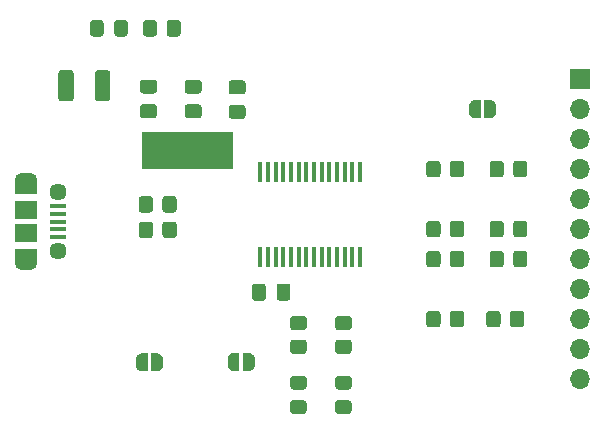
<source format=gbr>
%TF.GenerationSoftware,KiCad,Pcbnew,(5.1.8)-1*%
%TF.CreationDate,2020-12-04T21:04:29+03:00*%
%TF.ProjectId,InterfaceG850,496e7465-7266-4616-9365-473835302e6b,rev?*%
%TF.SameCoordinates,Original*%
%TF.FileFunction,Soldermask,Top*%
%TF.FilePolarity,Negative*%
%FSLAX46Y46*%
G04 Gerber Fmt 4.6, Leading zero omitted, Abs format (unit mm)*
G04 Created by KiCad (PCBNEW (5.1.8)-1) date 2020-12-04 21:04:29*
%MOMM*%
%LPD*%
G01*
G04 APERTURE LIST*
%ADD10C,0.100000*%
%ADD11R,0.450000X1.750000*%
%ADD12O,1.700000X1.700000*%
%ADD13R,1.700000X1.700000*%
%ADD14R,1.900000X1.200000*%
%ADD15O,1.900000X1.200000*%
%ADD16R,1.900000X1.500000*%
%ADD17C,1.450000*%
%ADD18R,1.350000X0.400000*%
G04 APERTURE END LIST*
D10*
G36*
X122930920Y-70993000D02*
G01*
X115310920Y-70993000D01*
X115310920Y-67945000D01*
X122930920Y-67945000D01*
X122930920Y-70993000D01*
G37*
X122930920Y-70993000D02*
X115310920Y-70993000D01*
X115310920Y-67945000D01*
X122930920Y-67945000D01*
X122930920Y-70993000D01*
D11*
%TO.C,U1*%
X133765000Y-78530000D03*
X133115000Y-78530000D03*
X132465000Y-78530000D03*
X131815000Y-78530000D03*
X131165000Y-78530000D03*
X130515000Y-78530000D03*
X129865000Y-78530000D03*
X129215000Y-78530000D03*
X128565000Y-78530000D03*
X127915000Y-78530000D03*
X127265000Y-78530000D03*
X126615000Y-78530000D03*
X125965000Y-78530000D03*
X125315000Y-78530000D03*
X125315000Y-71330000D03*
X125965000Y-71330000D03*
X126615000Y-71330000D03*
X127265000Y-71330000D03*
X127915000Y-71330000D03*
X128565000Y-71330000D03*
X129215000Y-71330000D03*
X129865000Y-71330000D03*
X130515000Y-71330000D03*
X131165000Y-71330000D03*
X131815000Y-71330000D03*
X132465000Y-71330000D03*
X133115000Y-71330000D03*
X133765000Y-71330000D03*
%TD*%
%TO.C,R13*%
G36*
G01*
X128091779Y-85558580D02*
X128991781Y-85558580D01*
G75*
G02*
X129241780Y-85808579I0J-249999D01*
G01*
X129241780Y-86508581D01*
G75*
G02*
X128991781Y-86758580I-249999J0D01*
G01*
X128091779Y-86758580D01*
G75*
G02*
X127841780Y-86508581I0J249999D01*
G01*
X127841780Y-85808579D01*
G75*
G02*
X128091779Y-85558580I249999J0D01*
G01*
G37*
G36*
G01*
X128091779Y-83558580D02*
X128991781Y-83558580D01*
G75*
G02*
X129241780Y-83808579I0J-249999D01*
G01*
X129241780Y-84508581D01*
G75*
G02*
X128991781Y-84758580I-249999J0D01*
G01*
X128091779Y-84758580D01*
G75*
G02*
X127841780Y-84508581I0J249999D01*
G01*
X127841780Y-83808579D01*
G75*
G02*
X128091779Y-83558580I249999J0D01*
G01*
G37*
%TD*%
%TO.C,R12*%
G36*
G01*
X131901779Y-85558580D02*
X132801781Y-85558580D01*
G75*
G02*
X133051780Y-85808579I0J-249999D01*
G01*
X133051780Y-86508581D01*
G75*
G02*
X132801781Y-86758580I-249999J0D01*
G01*
X131901779Y-86758580D01*
G75*
G02*
X131651780Y-86508581I0J249999D01*
G01*
X131651780Y-85808579D01*
G75*
G02*
X131901779Y-85558580I249999J0D01*
G01*
G37*
G36*
G01*
X131901779Y-83558580D02*
X132801781Y-83558580D01*
G75*
G02*
X133051780Y-83808579I0J-249999D01*
G01*
X133051780Y-84508581D01*
G75*
G02*
X132801781Y-84758580I-249999J0D01*
G01*
X131901779Y-84758580D01*
G75*
G02*
X131651780Y-84508581I0J249999D01*
G01*
X131651780Y-83808579D01*
G75*
G02*
X131901779Y-83558580I249999J0D01*
G01*
G37*
%TD*%
%TO.C,R11*%
G36*
G01*
X116574620Y-58747239D02*
X116574620Y-59647241D01*
G75*
G02*
X116324621Y-59897240I-249999J0D01*
G01*
X115624619Y-59897240D01*
G75*
G02*
X115374620Y-59647241I0J249999D01*
G01*
X115374620Y-58747239D01*
G75*
G02*
X115624619Y-58497240I249999J0D01*
G01*
X116324621Y-58497240D01*
G75*
G02*
X116574620Y-58747239I0J-249999D01*
G01*
G37*
G36*
G01*
X118574620Y-58747239D02*
X118574620Y-59647241D01*
G75*
G02*
X118324621Y-59897240I-249999J0D01*
G01*
X117624619Y-59897240D01*
G75*
G02*
X117374620Y-59647241I0J249999D01*
G01*
X117374620Y-58747239D01*
G75*
G02*
X117624619Y-58497240I249999J0D01*
G01*
X118324621Y-58497240D01*
G75*
G02*
X118574620Y-58747239I0J-249999D01*
G01*
G37*
%TD*%
%TO.C,R10*%
G36*
G01*
X145920000Y-70669999D02*
X145920000Y-71570001D01*
G75*
G02*
X145670001Y-71820000I-249999J0D01*
G01*
X144969999Y-71820000D01*
G75*
G02*
X144720000Y-71570001I0J249999D01*
G01*
X144720000Y-70669999D01*
G75*
G02*
X144969999Y-70420000I249999J0D01*
G01*
X145670001Y-70420000D01*
G75*
G02*
X145920000Y-70669999I0J-249999D01*
G01*
G37*
G36*
G01*
X147920000Y-70669999D02*
X147920000Y-71570001D01*
G75*
G02*
X147670001Y-71820000I-249999J0D01*
G01*
X146969999Y-71820000D01*
G75*
G02*
X146720000Y-71570001I0J249999D01*
G01*
X146720000Y-70669999D01*
G75*
G02*
X146969999Y-70420000I249999J0D01*
G01*
X147670001Y-70420000D01*
G75*
G02*
X147920000Y-70669999I0J-249999D01*
G01*
G37*
%TD*%
%TO.C,R9*%
G36*
G01*
X145650000Y-83369999D02*
X145650000Y-84270001D01*
G75*
G02*
X145400001Y-84520000I-249999J0D01*
G01*
X144699999Y-84520000D01*
G75*
G02*
X144450000Y-84270001I0J249999D01*
G01*
X144450000Y-83369999D01*
G75*
G02*
X144699999Y-83120000I249999J0D01*
G01*
X145400001Y-83120000D01*
G75*
G02*
X145650000Y-83369999I0J-249999D01*
G01*
G37*
G36*
G01*
X147650000Y-83369999D02*
X147650000Y-84270001D01*
G75*
G02*
X147400001Y-84520000I-249999J0D01*
G01*
X146699999Y-84520000D01*
G75*
G02*
X146450000Y-84270001I0J249999D01*
G01*
X146450000Y-83369999D01*
G75*
G02*
X146699999Y-83120000I249999J0D01*
G01*
X147400001Y-83120000D01*
G75*
G02*
X147650000Y-83369999I0J-249999D01*
G01*
G37*
%TD*%
%TO.C,R8*%
G36*
G01*
X145920000Y-78289999D02*
X145920000Y-79190001D01*
G75*
G02*
X145670001Y-79440000I-249999J0D01*
G01*
X144969999Y-79440000D01*
G75*
G02*
X144720000Y-79190001I0J249999D01*
G01*
X144720000Y-78289999D01*
G75*
G02*
X144969999Y-78040000I249999J0D01*
G01*
X145670001Y-78040000D01*
G75*
G02*
X145920000Y-78289999I0J-249999D01*
G01*
G37*
G36*
G01*
X147920000Y-78289999D02*
X147920000Y-79190001D01*
G75*
G02*
X147670001Y-79440000I-249999J0D01*
G01*
X146969999Y-79440000D01*
G75*
G02*
X146720000Y-79190001I0J249999D01*
G01*
X146720000Y-78289999D01*
G75*
G02*
X146969999Y-78040000I249999J0D01*
G01*
X147670001Y-78040000D01*
G75*
G02*
X147920000Y-78289999I0J-249999D01*
G01*
G37*
%TD*%
%TO.C,R7*%
G36*
G01*
X145920000Y-75749999D02*
X145920000Y-76650001D01*
G75*
G02*
X145670001Y-76900000I-249999J0D01*
G01*
X144969999Y-76900000D01*
G75*
G02*
X144720000Y-76650001I0J249999D01*
G01*
X144720000Y-75749999D01*
G75*
G02*
X144969999Y-75500000I249999J0D01*
G01*
X145670001Y-75500000D01*
G75*
G02*
X145920000Y-75749999I0J-249999D01*
G01*
G37*
G36*
G01*
X147920000Y-75749999D02*
X147920000Y-76650001D01*
G75*
G02*
X147670001Y-76900000I-249999J0D01*
G01*
X146969999Y-76900000D01*
G75*
G02*
X146720000Y-76650001I0J249999D01*
G01*
X146720000Y-75749999D01*
G75*
G02*
X146969999Y-75500000I249999J0D01*
G01*
X147670001Y-75500000D01*
G75*
G02*
X147920000Y-75749999I0J-249999D01*
G01*
G37*
%TD*%
%TO.C,R6*%
G36*
G01*
X116217240Y-73651959D02*
X116217240Y-74551961D01*
G75*
G02*
X115967241Y-74801960I-249999J0D01*
G01*
X115267239Y-74801960D01*
G75*
G02*
X115017240Y-74551961I0J249999D01*
G01*
X115017240Y-73651959D01*
G75*
G02*
X115267239Y-73401960I249999J0D01*
G01*
X115967241Y-73401960D01*
G75*
G02*
X116217240Y-73651959I0J-249999D01*
G01*
G37*
G36*
G01*
X118217240Y-73651959D02*
X118217240Y-74551961D01*
G75*
G02*
X117967241Y-74801960I-249999J0D01*
G01*
X117267239Y-74801960D01*
G75*
G02*
X117017240Y-74551961I0J249999D01*
G01*
X117017240Y-73651959D01*
G75*
G02*
X117267239Y-73401960I249999J0D01*
G01*
X117967241Y-73401960D01*
G75*
G02*
X118217240Y-73651959I0J-249999D01*
G01*
G37*
%TD*%
%TO.C,R5*%
G36*
G01*
X116226640Y-75818579D02*
X116226640Y-76718581D01*
G75*
G02*
X115976641Y-76968580I-249999J0D01*
G01*
X115276639Y-76968580D01*
G75*
G02*
X115026640Y-76718581I0J249999D01*
G01*
X115026640Y-75818579D01*
G75*
G02*
X115276639Y-75568580I249999J0D01*
G01*
X115976641Y-75568580D01*
G75*
G02*
X116226640Y-75818579I0J-249999D01*
G01*
G37*
G36*
G01*
X118226640Y-75818579D02*
X118226640Y-76718581D01*
G75*
G02*
X117976641Y-76968580I-249999J0D01*
G01*
X117276639Y-76968580D01*
G75*
G02*
X117026640Y-76718581I0J249999D01*
G01*
X117026640Y-75818579D01*
G75*
G02*
X117276639Y-75568580I249999J0D01*
G01*
X117976641Y-75568580D01*
G75*
G02*
X118226640Y-75818579I0J-249999D01*
G01*
G37*
%TD*%
%TO.C,R4*%
G36*
G01*
X140570000Y-70669999D02*
X140570000Y-71570001D01*
G75*
G02*
X140320001Y-71820000I-249999J0D01*
G01*
X139619999Y-71820000D01*
G75*
G02*
X139370000Y-71570001I0J249999D01*
G01*
X139370000Y-70669999D01*
G75*
G02*
X139619999Y-70420000I249999J0D01*
G01*
X140320001Y-70420000D01*
G75*
G02*
X140570000Y-70669999I0J-249999D01*
G01*
G37*
G36*
G01*
X142570000Y-70669999D02*
X142570000Y-71570001D01*
G75*
G02*
X142320001Y-71820000I-249999J0D01*
G01*
X141619999Y-71820000D01*
G75*
G02*
X141370000Y-71570001I0J249999D01*
G01*
X141370000Y-70669999D01*
G75*
G02*
X141619999Y-70420000I249999J0D01*
G01*
X142320001Y-70420000D01*
G75*
G02*
X142570000Y-70669999I0J-249999D01*
G01*
G37*
%TD*%
%TO.C,R3*%
G36*
G01*
X140570000Y-83369999D02*
X140570000Y-84270001D01*
G75*
G02*
X140320001Y-84520000I-249999J0D01*
G01*
X139619999Y-84520000D01*
G75*
G02*
X139370000Y-84270001I0J249999D01*
G01*
X139370000Y-83369999D01*
G75*
G02*
X139619999Y-83120000I249999J0D01*
G01*
X140320001Y-83120000D01*
G75*
G02*
X140570000Y-83369999I0J-249999D01*
G01*
G37*
G36*
G01*
X142570000Y-83369999D02*
X142570000Y-84270001D01*
G75*
G02*
X142320001Y-84520000I-249999J0D01*
G01*
X141619999Y-84520000D01*
G75*
G02*
X141370000Y-84270001I0J249999D01*
G01*
X141370000Y-83369999D01*
G75*
G02*
X141619999Y-83120000I249999J0D01*
G01*
X142320001Y-83120000D01*
G75*
G02*
X142570000Y-83369999I0J-249999D01*
G01*
G37*
%TD*%
%TO.C,R2*%
G36*
G01*
X140570000Y-78289999D02*
X140570000Y-79190001D01*
G75*
G02*
X140320001Y-79440000I-249999J0D01*
G01*
X139619999Y-79440000D01*
G75*
G02*
X139370000Y-79190001I0J249999D01*
G01*
X139370000Y-78289999D01*
G75*
G02*
X139619999Y-78040000I249999J0D01*
G01*
X140320001Y-78040000D01*
G75*
G02*
X140570000Y-78289999I0J-249999D01*
G01*
G37*
G36*
G01*
X142570000Y-78289999D02*
X142570000Y-79190001D01*
G75*
G02*
X142320001Y-79440000I-249999J0D01*
G01*
X141619999Y-79440000D01*
G75*
G02*
X141370000Y-79190001I0J249999D01*
G01*
X141370000Y-78289999D01*
G75*
G02*
X141619999Y-78040000I249999J0D01*
G01*
X142320001Y-78040000D01*
G75*
G02*
X142570000Y-78289999I0J-249999D01*
G01*
G37*
%TD*%
%TO.C,R1*%
G36*
G01*
X140570000Y-75749999D02*
X140570000Y-76650001D01*
G75*
G02*
X140320001Y-76900000I-249999J0D01*
G01*
X139619999Y-76900000D01*
G75*
G02*
X139370000Y-76650001I0J249999D01*
G01*
X139370000Y-75749999D01*
G75*
G02*
X139619999Y-75500000I249999J0D01*
G01*
X140320001Y-75500000D01*
G75*
G02*
X140570000Y-75749999I0J-249999D01*
G01*
G37*
G36*
G01*
X142570000Y-75749999D02*
X142570000Y-76650001D01*
G75*
G02*
X142320001Y-76900000I-249999J0D01*
G01*
X141619999Y-76900000D01*
G75*
G02*
X141370000Y-76650001I0J249999D01*
G01*
X141370000Y-75749999D01*
G75*
G02*
X141619999Y-75500000I249999J0D01*
G01*
X142320001Y-75500000D01*
G75*
G02*
X142570000Y-75749999I0J-249999D01*
G01*
G37*
%TD*%
D10*
%TO.C,JP3*%
G36*
X144780000Y-65290602D02*
G01*
X144804534Y-65290602D01*
X144853365Y-65295412D01*
X144901490Y-65304984D01*
X144948445Y-65319228D01*
X144993778Y-65338005D01*
X145037051Y-65361136D01*
X145077850Y-65388396D01*
X145115779Y-65419524D01*
X145150476Y-65454221D01*
X145181604Y-65492150D01*
X145208864Y-65532949D01*
X145231995Y-65576222D01*
X145250772Y-65621555D01*
X145265016Y-65668510D01*
X145274588Y-65716635D01*
X145279398Y-65765466D01*
X145279398Y-65790000D01*
X145280000Y-65790000D01*
X145280000Y-66290000D01*
X145279398Y-66290000D01*
X145279398Y-66314534D01*
X145274588Y-66363365D01*
X145265016Y-66411490D01*
X145250772Y-66458445D01*
X145231995Y-66503778D01*
X145208864Y-66547051D01*
X145181604Y-66587850D01*
X145150476Y-66625779D01*
X145115779Y-66660476D01*
X145077850Y-66691604D01*
X145037051Y-66718864D01*
X144993778Y-66741995D01*
X144948445Y-66760772D01*
X144901490Y-66775016D01*
X144853365Y-66784588D01*
X144804534Y-66789398D01*
X144780000Y-66789398D01*
X144780000Y-66790000D01*
X144280000Y-66790000D01*
X144280000Y-65290000D01*
X144780000Y-65290000D01*
X144780000Y-65290602D01*
G37*
G36*
X143980000Y-66790000D02*
G01*
X143480000Y-66790000D01*
X143480000Y-66789398D01*
X143455466Y-66789398D01*
X143406635Y-66784588D01*
X143358510Y-66775016D01*
X143311555Y-66760772D01*
X143266222Y-66741995D01*
X143222949Y-66718864D01*
X143182150Y-66691604D01*
X143144221Y-66660476D01*
X143109524Y-66625779D01*
X143078396Y-66587850D01*
X143051136Y-66547051D01*
X143028005Y-66503778D01*
X143009228Y-66458445D01*
X142994984Y-66411490D01*
X142985412Y-66363365D01*
X142980602Y-66314534D01*
X142980602Y-66290000D01*
X142980000Y-66290000D01*
X142980000Y-65790000D01*
X142980602Y-65790000D01*
X142980602Y-65765466D01*
X142985412Y-65716635D01*
X142994984Y-65668510D01*
X143009228Y-65621555D01*
X143028005Y-65576222D01*
X143051136Y-65532949D01*
X143078396Y-65492150D01*
X143109524Y-65454221D01*
X143144221Y-65419524D01*
X143182150Y-65388396D01*
X143222949Y-65361136D01*
X143266222Y-65338005D01*
X143311555Y-65319228D01*
X143358510Y-65304984D01*
X143406635Y-65295412D01*
X143455466Y-65290602D01*
X143480000Y-65290602D01*
X143480000Y-65290000D01*
X143980000Y-65290000D01*
X143980000Y-66790000D01*
G37*
%TD*%
%TO.C,JP2*%
G36*
X124340140Y-86690102D02*
G01*
X124364674Y-86690102D01*
X124413505Y-86694912D01*
X124461630Y-86704484D01*
X124508585Y-86718728D01*
X124553918Y-86737505D01*
X124597191Y-86760636D01*
X124637990Y-86787896D01*
X124675919Y-86819024D01*
X124710616Y-86853721D01*
X124741744Y-86891650D01*
X124769004Y-86932449D01*
X124792135Y-86975722D01*
X124810912Y-87021055D01*
X124825156Y-87068010D01*
X124834728Y-87116135D01*
X124839538Y-87164966D01*
X124839538Y-87189500D01*
X124840140Y-87189500D01*
X124840140Y-87689500D01*
X124839538Y-87689500D01*
X124839538Y-87714034D01*
X124834728Y-87762865D01*
X124825156Y-87810990D01*
X124810912Y-87857945D01*
X124792135Y-87903278D01*
X124769004Y-87946551D01*
X124741744Y-87987350D01*
X124710616Y-88025279D01*
X124675919Y-88059976D01*
X124637990Y-88091104D01*
X124597191Y-88118364D01*
X124553918Y-88141495D01*
X124508585Y-88160272D01*
X124461630Y-88174516D01*
X124413505Y-88184088D01*
X124364674Y-88188898D01*
X124340140Y-88188898D01*
X124340140Y-88189500D01*
X123840140Y-88189500D01*
X123840140Y-86689500D01*
X124340140Y-86689500D01*
X124340140Y-86690102D01*
G37*
G36*
X123540140Y-88189500D02*
G01*
X123040140Y-88189500D01*
X123040140Y-88188898D01*
X123015606Y-88188898D01*
X122966775Y-88184088D01*
X122918650Y-88174516D01*
X122871695Y-88160272D01*
X122826362Y-88141495D01*
X122783089Y-88118364D01*
X122742290Y-88091104D01*
X122704361Y-88059976D01*
X122669664Y-88025279D01*
X122638536Y-87987350D01*
X122611276Y-87946551D01*
X122588145Y-87903278D01*
X122569368Y-87857945D01*
X122555124Y-87810990D01*
X122545552Y-87762865D01*
X122540742Y-87714034D01*
X122540742Y-87689500D01*
X122540140Y-87689500D01*
X122540140Y-87189500D01*
X122540742Y-87189500D01*
X122540742Y-87164966D01*
X122545552Y-87116135D01*
X122555124Y-87068010D01*
X122569368Y-87021055D01*
X122588145Y-86975722D01*
X122611276Y-86932449D01*
X122638536Y-86891650D01*
X122669664Y-86853721D01*
X122704361Y-86819024D01*
X122742290Y-86787896D01*
X122783089Y-86760636D01*
X122826362Y-86737505D01*
X122871695Y-86718728D01*
X122918650Y-86704484D01*
X122966775Y-86694912D01*
X123015606Y-86690102D01*
X123040140Y-86690102D01*
X123040140Y-86689500D01*
X123540140Y-86689500D01*
X123540140Y-88189500D01*
G37*
%TD*%
%TO.C,JP1*%
G36*
X116567980Y-86723122D02*
G01*
X116592514Y-86723122D01*
X116641345Y-86727932D01*
X116689470Y-86737504D01*
X116736425Y-86751748D01*
X116781758Y-86770525D01*
X116825031Y-86793656D01*
X116865830Y-86820916D01*
X116903759Y-86852044D01*
X116938456Y-86886741D01*
X116969584Y-86924670D01*
X116996844Y-86965469D01*
X117019975Y-87008742D01*
X117038752Y-87054075D01*
X117052996Y-87101030D01*
X117062568Y-87149155D01*
X117067378Y-87197986D01*
X117067378Y-87222520D01*
X117067980Y-87222520D01*
X117067980Y-87722520D01*
X117067378Y-87722520D01*
X117067378Y-87747054D01*
X117062568Y-87795885D01*
X117052996Y-87844010D01*
X117038752Y-87890965D01*
X117019975Y-87936298D01*
X116996844Y-87979571D01*
X116969584Y-88020370D01*
X116938456Y-88058299D01*
X116903759Y-88092996D01*
X116865830Y-88124124D01*
X116825031Y-88151384D01*
X116781758Y-88174515D01*
X116736425Y-88193292D01*
X116689470Y-88207536D01*
X116641345Y-88217108D01*
X116592514Y-88221918D01*
X116567980Y-88221918D01*
X116567980Y-88222520D01*
X116067980Y-88222520D01*
X116067980Y-86722520D01*
X116567980Y-86722520D01*
X116567980Y-86723122D01*
G37*
G36*
X115767980Y-88222520D02*
G01*
X115267980Y-88222520D01*
X115267980Y-88221918D01*
X115243446Y-88221918D01*
X115194615Y-88217108D01*
X115146490Y-88207536D01*
X115099535Y-88193292D01*
X115054202Y-88174515D01*
X115010929Y-88151384D01*
X114970130Y-88124124D01*
X114932201Y-88092996D01*
X114897504Y-88058299D01*
X114866376Y-88020370D01*
X114839116Y-87979571D01*
X114815985Y-87936298D01*
X114797208Y-87890965D01*
X114782964Y-87844010D01*
X114773392Y-87795885D01*
X114768582Y-87747054D01*
X114768582Y-87722520D01*
X114767980Y-87722520D01*
X114767980Y-87222520D01*
X114768582Y-87222520D01*
X114768582Y-87197986D01*
X114773392Y-87149155D01*
X114782964Y-87101030D01*
X114797208Y-87054075D01*
X114815985Y-87008742D01*
X114839116Y-86965469D01*
X114866376Y-86924670D01*
X114897504Y-86886741D01*
X114932201Y-86852044D01*
X114970130Y-86820916D01*
X115010929Y-86793656D01*
X115054202Y-86770525D01*
X115099535Y-86751748D01*
X115146490Y-86737504D01*
X115194615Y-86727932D01*
X115243446Y-86723122D01*
X115267980Y-86723122D01*
X115267980Y-86722520D01*
X115767980Y-86722520D01*
X115767980Y-88222520D01*
G37*
%TD*%
D12*
%TO.C,J2*%
X152400000Y-88900000D03*
X152400000Y-86360000D03*
X152400000Y-83820000D03*
X152400000Y-81280000D03*
X152400000Y-78740000D03*
X152400000Y-76200000D03*
X152400000Y-73660000D03*
X152400000Y-71120000D03*
X152400000Y-68580000D03*
X152400000Y-66040000D03*
D13*
X152400000Y-63500000D03*
%TD*%
D14*
%TO.C,J1*%
X105442500Y-72662460D03*
X105442500Y-78462460D03*
D15*
X105442500Y-79062460D03*
X105442500Y-72062460D03*
D16*
X105442500Y-74562460D03*
D17*
X108142500Y-78062460D03*
D18*
X108142500Y-75562460D03*
X108142500Y-76212460D03*
X108142500Y-76862460D03*
X108142500Y-74262460D03*
X108142500Y-74912460D03*
D17*
X108142500Y-73062460D03*
D16*
X105442500Y-76562460D03*
%TD*%
%TO.C,F1*%
G36*
G01*
X109513800Y-62988880D02*
X109513800Y-65138880D01*
G75*
G02*
X109263800Y-65388880I-250000J0D01*
G01*
X108463800Y-65388880D01*
G75*
G02*
X108213800Y-65138880I0J250000D01*
G01*
X108213800Y-62988880D01*
G75*
G02*
X108463800Y-62738880I250000J0D01*
G01*
X109263800Y-62738880D01*
G75*
G02*
X109513800Y-62988880I0J-250000D01*
G01*
G37*
G36*
G01*
X112613800Y-62988880D02*
X112613800Y-65138880D01*
G75*
G02*
X112363800Y-65388880I-250000J0D01*
G01*
X111563800Y-65388880D01*
G75*
G02*
X111313800Y-65138880I0J250000D01*
G01*
X111313800Y-62988880D01*
G75*
G02*
X111563800Y-62738880I250000J0D01*
G01*
X112363800Y-62738880D01*
G75*
G02*
X112613800Y-62988880I0J-250000D01*
G01*
G37*
%TD*%
%TO.C,D3*%
G36*
G01*
X128091779Y-90688580D02*
X128991781Y-90688580D01*
G75*
G02*
X129241780Y-90938579I0J-249999D01*
G01*
X129241780Y-91588581D01*
G75*
G02*
X128991781Y-91838580I-249999J0D01*
G01*
X128091779Y-91838580D01*
G75*
G02*
X127841780Y-91588581I0J249999D01*
G01*
X127841780Y-90938579D01*
G75*
G02*
X128091779Y-90688580I249999J0D01*
G01*
G37*
G36*
G01*
X128091779Y-88638580D02*
X128991781Y-88638580D01*
G75*
G02*
X129241780Y-88888579I0J-249999D01*
G01*
X129241780Y-89538581D01*
G75*
G02*
X128991781Y-89788580I-249999J0D01*
G01*
X128091779Y-89788580D01*
G75*
G02*
X127841780Y-89538581I0J249999D01*
G01*
X127841780Y-88888579D01*
G75*
G02*
X128091779Y-88638580I249999J0D01*
G01*
G37*
%TD*%
%TO.C,D2*%
G36*
G01*
X131901779Y-90688580D02*
X132801781Y-90688580D01*
G75*
G02*
X133051780Y-90938579I0J-249999D01*
G01*
X133051780Y-91588581D01*
G75*
G02*
X132801781Y-91838580I-249999J0D01*
G01*
X131901779Y-91838580D01*
G75*
G02*
X131651780Y-91588581I0J249999D01*
G01*
X131651780Y-90938579D01*
G75*
G02*
X131901779Y-90688580I249999J0D01*
G01*
G37*
G36*
G01*
X131901779Y-88638580D02*
X132801781Y-88638580D01*
G75*
G02*
X133051780Y-88888579I0J-249999D01*
G01*
X133051780Y-89538581D01*
G75*
G02*
X132801781Y-89788580I-249999J0D01*
G01*
X131901779Y-89788580D01*
G75*
G02*
X131651780Y-89538581I0J249999D01*
G01*
X131651780Y-88888579D01*
G75*
G02*
X131901779Y-88638580I249999J0D01*
G01*
G37*
%TD*%
%TO.C,D1*%
G36*
G01*
X112046600Y-58749779D02*
X112046600Y-59649781D01*
G75*
G02*
X111796601Y-59899780I-249999J0D01*
G01*
X111146599Y-59899780D01*
G75*
G02*
X110896600Y-59649781I0J249999D01*
G01*
X110896600Y-58749779D01*
G75*
G02*
X111146599Y-58499780I249999J0D01*
G01*
X111796601Y-58499780D01*
G75*
G02*
X112046600Y-58749779I0J-249999D01*
G01*
G37*
G36*
G01*
X114096600Y-58749779D02*
X114096600Y-59649781D01*
G75*
G02*
X113846601Y-59899780I-249999J0D01*
G01*
X113196599Y-59899780D01*
G75*
G02*
X112946600Y-59649781I0J249999D01*
G01*
X112946600Y-58749779D01*
G75*
G02*
X113196599Y-58499780I249999J0D01*
G01*
X113846601Y-58499780D01*
G75*
G02*
X114096600Y-58749779I0J-249999D01*
G01*
G37*
%TD*%
%TO.C,C4*%
G36*
G01*
X126689360Y-82014080D02*
X126689360Y-81064080D01*
G75*
G02*
X126939360Y-80814080I250000J0D01*
G01*
X127614360Y-80814080D01*
G75*
G02*
X127864360Y-81064080I0J-250000D01*
G01*
X127864360Y-82014080D01*
G75*
G02*
X127614360Y-82264080I-250000J0D01*
G01*
X126939360Y-82264080D01*
G75*
G02*
X126689360Y-82014080I0J250000D01*
G01*
G37*
G36*
G01*
X124614360Y-82014080D02*
X124614360Y-81064080D01*
G75*
G02*
X124864360Y-80814080I250000J0D01*
G01*
X125539360Y-80814080D01*
G75*
G02*
X125789360Y-81064080I0J-250000D01*
G01*
X125789360Y-82014080D01*
G75*
G02*
X125539360Y-82264080I-250000J0D01*
G01*
X124864360Y-82264080D01*
G75*
G02*
X124614360Y-82014080I0J250000D01*
G01*
G37*
%TD*%
%TO.C,C3*%
G36*
G01*
X122872480Y-65692440D02*
X123822480Y-65692440D01*
G75*
G02*
X124072480Y-65942440I0J-250000D01*
G01*
X124072480Y-66617440D01*
G75*
G02*
X123822480Y-66867440I-250000J0D01*
G01*
X122872480Y-66867440D01*
G75*
G02*
X122622480Y-66617440I0J250000D01*
G01*
X122622480Y-65942440D01*
G75*
G02*
X122872480Y-65692440I250000J0D01*
G01*
G37*
G36*
G01*
X122872480Y-63617440D02*
X123822480Y-63617440D01*
G75*
G02*
X124072480Y-63867440I0J-250000D01*
G01*
X124072480Y-64542440D01*
G75*
G02*
X123822480Y-64792440I-250000J0D01*
G01*
X122872480Y-64792440D01*
G75*
G02*
X122622480Y-64542440I0J250000D01*
G01*
X122622480Y-63867440D01*
G75*
G02*
X122872480Y-63617440I250000J0D01*
G01*
G37*
%TD*%
%TO.C,C2*%
G36*
G01*
X119148840Y-65639100D02*
X120098840Y-65639100D01*
G75*
G02*
X120348840Y-65889100I0J-250000D01*
G01*
X120348840Y-66564100D01*
G75*
G02*
X120098840Y-66814100I-250000J0D01*
G01*
X119148840Y-66814100D01*
G75*
G02*
X118898840Y-66564100I0J250000D01*
G01*
X118898840Y-65889100D01*
G75*
G02*
X119148840Y-65639100I250000J0D01*
G01*
G37*
G36*
G01*
X119148840Y-63564100D02*
X120098840Y-63564100D01*
G75*
G02*
X120348840Y-63814100I0J-250000D01*
G01*
X120348840Y-64489100D01*
G75*
G02*
X120098840Y-64739100I-250000J0D01*
G01*
X119148840Y-64739100D01*
G75*
G02*
X118898840Y-64489100I0J250000D01*
G01*
X118898840Y-63814100D01*
G75*
G02*
X119148840Y-63564100I250000J0D01*
G01*
G37*
%TD*%
%TO.C,C1*%
G36*
G01*
X115369320Y-65626400D02*
X116319320Y-65626400D01*
G75*
G02*
X116569320Y-65876400I0J-250000D01*
G01*
X116569320Y-66551400D01*
G75*
G02*
X116319320Y-66801400I-250000J0D01*
G01*
X115369320Y-66801400D01*
G75*
G02*
X115119320Y-66551400I0J250000D01*
G01*
X115119320Y-65876400D01*
G75*
G02*
X115369320Y-65626400I250000J0D01*
G01*
G37*
G36*
G01*
X115369320Y-63551400D02*
X116319320Y-63551400D01*
G75*
G02*
X116569320Y-63801400I0J-250000D01*
G01*
X116569320Y-64476400D01*
G75*
G02*
X116319320Y-64726400I-250000J0D01*
G01*
X115369320Y-64726400D01*
G75*
G02*
X115119320Y-64476400I0J250000D01*
G01*
X115119320Y-63801400D01*
G75*
G02*
X115369320Y-63551400I250000J0D01*
G01*
G37*
%TD*%
M02*

</source>
